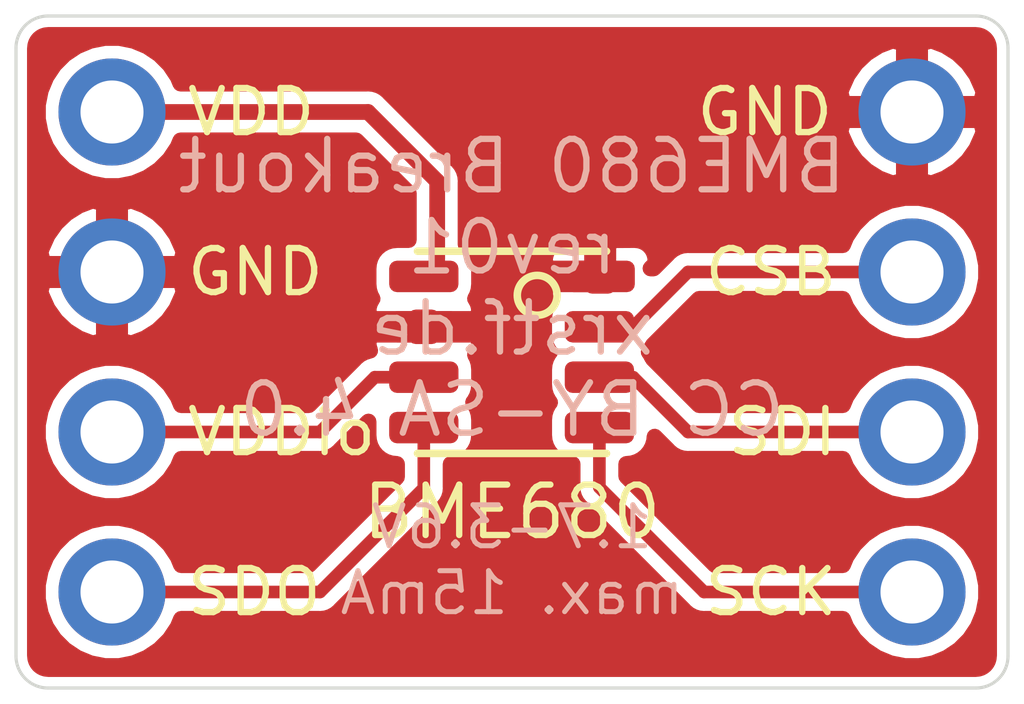
<source format=kicad_pcb>
(kicad_pcb (version 20171130) (host pcbnew "(5.1.6)-1")

  (general
    (thickness 1.6)
    (drawings 19)
    (tracks 18)
    (zones 0)
    (modules 3)
    (nets 8)
  )

  (page A4)
  (layers
    (0 F.Cu signal)
    (31 B.Cu signal)
    (32 B.Adhes user)
    (33 F.Adhes user)
    (34 B.Paste user)
    (35 F.Paste user)
    (36 B.SilkS user)
    (37 F.SilkS user)
    (38 B.Mask user)
    (39 F.Mask user)
    (40 Dwgs.User user)
    (41 Cmts.User user)
    (42 Eco1.User user)
    (43 Eco2.User user)
    (44 Edge.Cuts user)
    (45 Margin user)
    (46 B.CrtYd user)
    (47 F.CrtYd user)
    (48 B.Fab user)
    (49 F.Fab user)
  )

  (setup
    (last_trace_width 0.2)
    (trace_clearance 0.2)
    (zone_clearance 0.15)
    (zone_45_only no)
    (trace_min 0.2)
    (via_size 0.8)
    (via_drill 0.4)
    (via_min_size 0.4)
    (via_min_drill 0.3)
    (uvia_size 0.3)
    (uvia_drill 0.1)
    (uvias_allowed no)
    (uvia_min_size 0.2)
    (uvia_min_drill 0.1)
    (edge_width 0.05)
    (segment_width 0.2)
    (pcb_text_width 0.3)
    (pcb_text_size 1.5 1.5)
    (mod_edge_width 0.12)
    (mod_text_size 1 1)
    (mod_text_width 0.15)
    (pad_size 1.524 1.524)
    (pad_drill 0.762)
    (pad_to_mask_clearance 0.05)
    (aux_axis_origin 0 0)
    (visible_elements 7FFFFFFF)
    (pcbplotparams
      (layerselection 0x010fc_ffffffff)
      (usegerberextensions false)
      (usegerberattributes true)
      (usegerberadvancedattributes true)
      (creategerberjobfile true)
      (excludeedgelayer true)
      (linewidth 0.100000)
      (plotframeref false)
      (viasonmask false)
      (mode 1)
      (useauxorigin false)
      (hpglpennumber 1)
      (hpglpenspeed 20)
      (hpglpendiameter 15.000000)
      (psnegative false)
      (psa4output false)
      (plotreference true)
      (plotvalue true)
      (plotinvisibletext false)
      (padsonsilk false)
      (subtractmaskfromsilk false)
      (outputformat 1)
      (mirror false)
      (drillshape 1)
      (scaleselection 1)
      (outputdirectory ""))
  )

  (net 0 "")
  (net 1 "Net-(J1-Pad4)")
  (net 2 VCC)
  (net 3 GNDREF)
  (net 4 VDD)
  (net 5 "Net-(J2-Pad2)")
  (net 6 "Net-(J2-Pad3)")
  (net 7 "Net-(J2-Pad4)")

  (net_class Default "This is the default net class."
    (clearance 0.2)
    (trace_width 0.2)
    (via_dia 0.8)
    (via_drill 0.4)
    (uvia_dia 0.3)
    (uvia_drill 0.1)
    (add_net GNDREF)
    (add_net "Net-(J1-Pad4)")
    (add_net "Net-(J2-Pad2)")
    (add_net "Net-(J2-Pad3)")
    (add_net "Net-(J2-Pad4)")
    (add_net VCC)
    (add_net VDD)
  )

  (module BME680-Breakout:PinHeader_1x04_P2.54mm_Vertical (layer F.Cu) (tedit 5F1461AF) (tstamp 5F14CB3E)
    (at 40.64 31.75)
    (descr "Through hole straight pin header, 1x09, 2.54mm pitch, single row")
    (tags "Through hole pin header THT 1x09 2.54mm single row")
    (path /5F159B6A)
    (fp_text reference J1 (at 0 -2.33) (layer F.SilkS) hide
      (effects (font (size 1 1) (thickness 0.15)))
    )
    (fp_text value LeftPins (at -0.127 1.397 90) (layer F.Fab)
      (effects (font (size 1 1) (thickness 0.15)))
    )
    (fp_text user %R (at 0 0 90) (layer F.Fab)
      (effects (font (size 1 1) (thickness 0.15)))
    )
    (fp_line (start 1.3 -5.11) (end -1.3 -5.11) (layer F.CrtYd) (width 0.05))
    (fp_line (start 1.2954 5.1054) (end 1.3 -5.11) (layer F.CrtYd) (width 0.05))
    (fp_line (start -1.3046 5.1054) (end 1.2954 5.1054) (layer F.CrtYd) (width 0.05))
    (fp_line (start -1.3 -5.11) (end -1.3046 5.1054) (layer F.CrtYd) (width 0.05))
    (fp_line (start -1.27 5.08) (end -1.275 -5.08) (layer F.Fab) (width 0.1))
    (fp_line (start 1.27 5.08) (end -1.27 5.08) (layer F.Fab) (width 0.1))
    (fp_line (start 1.27 -5.08) (end 1.27 5.08) (layer F.Fab) (width 0.1))
    (fp_line (start -1.275 -5.08) (end 1.27 -5.08) (layer F.Fab) (width 0.1))
    (pad 2 thru_hole oval (at 0 -1.27) (size 1.7 1.7) (drill 1) (layers *.Cu *.Mask)
      (net 3 GNDREF))
    (pad 3 thru_hole oval (at 0 1.27) (size 1.7 1.7) (drill 1) (layers *.Cu *.Mask)
      (net 2 VCC))
    (pad 4 thru_hole oval (at 0 3.81) (size 1.7 1.7) (drill 1) (layers *.Cu *.Mask)
      (net 1 "Net-(J1-Pad4)"))
    (pad 1 thru_hole oval (at 0 -3.81) (size 1.7 1.7) (drill 1) (layers *.Cu *.Mask)
      (net 4 VDD))
    (model ${KISYS3DMOD}/Connector_PinHeader_2.54mm.3dshapes/PinHeader_1x09_P2.54mm_Vertical.wrl
      (at (xyz 0 0 0))
      (scale (xyz 1 1 1))
      (rotate (xyz 0 0 0))
    )
  )

  (module BME680-Breakout:PinHeader_1x04_P2.54mm_Vertical (layer F.Cu) (tedit 5F1461AF) (tstamp 5F14CAE5)
    (at 53.34 31.75)
    (descr "Through hole straight pin header, 1x09, 2.54mm pitch, single row")
    (tags "Through hole pin header THT 1x09 2.54mm single row")
    (path /5F158BE3)
    (fp_text reference J2 (at 0 -2.33) (layer F.SilkS) hide
      (effects (font (size 1 1) (thickness 0.15)))
    )
    (fp_text value RightPins (at 0 1.143 90) (layer F.Fab)
      (effects (font (size 1 1) (thickness 0.15)))
    )
    (fp_line (start -1.275 -5.08) (end 1.27 -5.08) (layer F.Fab) (width 0.1))
    (fp_line (start 1.27 -5.08) (end 1.27 5.08) (layer F.Fab) (width 0.1))
    (fp_line (start 1.27 5.08) (end -1.27 5.08) (layer F.Fab) (width 0.1))
    (fp_line (start -1.27 5.08) (end -1.275 -5.08) (layer F.Fab) (width 0.1))
    (fp_line (start -1.3 -5.11) (end -1.3046 5.1054) (layer F.CrtYd) (width 0.05))
    (fp_line (start -1.3046 5.1054) (end 1.2954 5.1054) (layer F.CrtYd) (width 0.05))
    (fp_line (start 1.2954 5.1054) (end 1.3 -5.11) (layer F.CrtYd) (width 0.05))
    (fp_line (start 1.3 -5.11) (end -1.3 -5.11) (layer F.CrtYd) (width 0.05))
    (fp_text user %R (at 0 0 90) (layer F.Fab)
      (effects (font (size 1 1) (thickness 0.15)))
    )
    (pad 1 thru_hole oval (at 0 -3.81) (size 1.7 1.7) (drill 1) (layers *.Cu *.Mask)
      (net 3 GNDREF))
    (pad 4 thru_hole oval (at 0 3.81) (size 1.7 1.7) (drill 1) (layers *.Cu *.Mask)
      (net 7 "Net-(J2-Pad4)"))
    (pad 3 thru_hole oval (at 0 1.27) (size 1.7 1.7) (drill 1) (layers *.Cu *.Mask)
      (net 6 "Net-(J2-Pad3)"))
    (pad 2 thru_hole oval (at 0 -1.27) (size 1.7 1.7) (drill 1) (layers *.Cu *.Mask)
      (net 5 "Net-(J2-Pad2)"))
    (model ${KISYS3DMOD}/Connector_PinHeader_2.54mm.3dshapes/PinHeader_1x09_P2.54mm_Vertical.wrl
      (at (xyz 0 0 0))
      (scale (xyz 1 1 1))
      (rotate (xyz 0 0 0))
    )
  )

  (module BME680-Breakout:Bosch_LGA-8_3x3mm_P0.8mm_ClockwisePinNumbering (layer F.Cu) (tedit 5F1463CE) (tstamp 5F14CAF5)
    (at 46.99 31.75)
    (descr "Bosch  LGA, 8 Pin (https://ae-bst.resource.bosch.com/media/_tech/media/datasheets/BST-BME680-DS001-00.pdf#page=44), generated with kicad-footprint-generator ipc_noLead_generator.py")
    (tags "Bosch LGA NoLead")
    (path /5F1453B6)
    (attr smd)
    (fp_text reference U1 (at 0 0 270) (layer F.SilkS) hide
      (effects (font (size 1 1) (thickness 0.15)))
    )
    (fp_text value BME680 (at 0 0 270) (layer F.Fab)
      (effects (font (size 1 1) (thickness 0.15)))
    )
    (fp_circle (center 0.4 -0.9) (end 0.1 -0.8) (layer F.SilkS) (width 0.12))
    (fp_line (start 1.5 -1.6) (end -1.5 -1.6) (layer F.SilkS) (width 0.12))
    (fp_line (start 1.5 1.61) (end -1.5 1.61) (layer F.SilkS) (width 0.12))
    (fp_line (start 1.5 -0.75) (end 1.5 1.5) (layer F.Fab) (width 0.1))
    (fp_line (start 1.5 1.5) (end -1.5 1.5) (layer F.Fab) (width 0.1))
    (fp_line (start -1.5 1.5) (end -1.5 -1.5) (layer F.Fab) (width 0.1))
    (fp_line (start -1.5 -1.5) (end 0.75 -1.5) (layer F.Fab) (width 0.1))
    (fp_line (start 0.75 -1.5) (end 1.5 -0.75) (layer F.Fab) (width 0.1))
    (fp_line (start 1.75 -1.75) (end -1.75 -1.75) (layer F.CrtYd) (width 0.05))
    (fp_line (start -1.75 -1.75) (end -1.75 1.75) (layer F.CrtYd) (width 0.05))
    (fp_line (start -1.75 1.75) (end 1.75 1.75) (layer F.CrtYd) (width 0.05))
    (fp_line (start 1.75 1.75) (end 1.75 -1.75) (layer F.CrtYd) (width 0.05))
    (fp_text user %R (at 0 0 270) (layer F.Fab)
      (effects (font (size 0.75 0.75) (thickness 0.11)))
    )
    (pad 1 smd roundrect (at 1.4 -1.2 270) (size 0.5 1.1) (layers F.Cu F.Paste F.Mask) (roundrect_rratio 0.25)
      (net 3 GNDREF))
    (pad 2 smd roundrect (at 1.3875 -0.4 270) (size 0.5 1.1) (layers F.Cu F.Paste F.Mask) (roundrect_rratio 0.25)
      (net 5 "Net-(J2-Pad2)"))
    (pad 3 smd roundrect (at 1.3875 0.4 270) (size 0.5 1.1) (layers F.Cu F.Paste F.Mask) (roundrect_rratio 0.25)
      (net 6 "Net-(J2-Pad3)"))
    (pad 4 smd roundrect (at 1.3875 1.2 270) (size 0.5 1.1) (layers F.Cu F.Paste F.Mask) (roundrect_rratio 0.25)
      (net 7 "Net-(J2-Pad4)"))
    (pad 5 smd roundrect (at -1.4 1.2 270) (size 0.5 1.1) (layers F.Cu F.Paste F.Mask) (roundrect_rratio 0.25)
      (net 1 "Net-(J1-Pad4)"))
    (pad 6 smd roundrect (at -1.4 0.4 270) (size 0.5 1.1) (layers F.Cu F.Paste F.Mask) (roundrect_rratio 0.25)
      (net 2 VCC))
    (pad 7 smd roundrect (at -1.4 -0.4 270) (size 0.5 1.1) (layers F.Cu F.Paste F.Mask) (roundrect_rratio 0.25)
      (net 3 GNDREF))
    (pad 8 smd roundrect (at -1.4 -1.2 270) (size 0.5 1.1) (layers F.Cu F.Paste F.Mask) (roundrect_rratio 0.25)
      (net 4 VDD))
    (model ${KISYS3DMOD}/Package_LGA.3dshapes/Bosch_LGA-8_3x3mm_P0.8mm_ClockwisePinNumbering.wrl
      (at (xyz 0 0 0))
      (scale (xyz 1 1 1))
      (rotate (xyz 0 0 0))
    )
  )

  (gr_text "1.7-3.6V\nmax. 15mA" (at 46.99 35.052) (layer B.SilkS) (tstamp 5F14D222)
    (effects (font (size 0.65 0.65) (thickness 0.08)) (justify mirror))
  )
  (gr_text "BME680 Breakout\nrev01\nxrstf.de\nCC BY-SA 4.0" (at 46.99 30.734) (layer B.SilkS)
    (effects (font (size 0.8 0.8) (thickness 0.1)) (justify mirror))
  )
  (gr_arc (start 54.356 36.576) (end 54.356 37.084) (angle -90) (layer Edge.Cuts) (width 0.05))
  (gr_arc (start 39.624 36.576) (end 39.116 36.576) (angle -90) (layer Edge.Cuts) (width 0.05))
  (gr_arc (start 39.624 26.924) (end 39.624 26.416) (angle -90) (layer Edge.Cuts) (width 0.05))
  (gr_arc (start 54.356 26.924) (end 54.864 26.924) (angle -90) (layer Edge.Cuts) (width 0.05))
  (gr_text SCK (at 52.197 35.56) (layer F.SilkS) (tstamp 5F14CEDD)
    (effects (font (size 0.7 0.7) (thickness 0.1)) (justify right))
  )
  (gr_text SDI (at 52.197 33.02) (layer F.SilkS) (tstamp 5F14CED9)
    (effects (font (size 0.7 0.7) (thickness 0.1)) (justify right))
  )
  (gr_text CSB (at 52.197 30.48) (layer F.SilkS) (tstamp 5F14CED4)
    (effects (font (size 0.7 0.7) (thickness 0.1)) (justify right))
  )
  (gr_text GND (at 52.137 27.94) (layer F.SilkS) (tstamp 5F14CECD)
    (effects (font (size 0.7 0.7) (thickness 0.1)) (justify right))
  )
  (gr_text SDO (at 41.783 35.56) (layer F.SilkS) (tstamp 5F14CCE8)
    (effects (font (size 0.7 0.7) (thickness 0.1)) (justify left))
  )
  (gr_text VDDio (at 41.783 33.02) (layer F.SilkS) (tstamp 5F14CCE4)
    (effects (font (size 0.7 0.7) (thickness 0.1)) (justify left))
  )
  (gr_text GND (at 41.783 30.48) (layer F.SilkS) (tstamp 5F14CCE0)
    (effects (font (size 0.7 0.7) (thickness 0.1)) (justify left))
  )
  (gr_text VDD (at 41.783 27.94) (layer F.SilkS)
    (effects (font (size 0.7 0.7) (thickness 0.1)) (justify left))
  )
  (gr_line (start 54.356 37.084) (end 39.624 37.084) (layer Edge.Cuts) (width 0.05))
  (gr_line (start 54.864 26.924) (end 54.864 36.576) (layer Edge.Cuts) (width 0.05))
  (gr_line (start 39.624 26.416) (end 54.356 26.416) (layer Edge.Cuts) (width 0.05))
  (gr_line (start 39.116 36.576) (end 39.116 26.924) (layer Edge.Cuts) (width 0.05))
  (gr_text BME680 (at 46.99 34.29) (layer F.SilkS)
    (effects (font (size 0.8 0.8) (thickness 0.1)))
  )

  (segment (start 45.59 32.95) (end 45.59 33.912) (width 0.2) (layer F.Cu) (net 1))
  (segment (start 43.942 35.56) (end 40.64 35.56) (width 0.2) (layer F.Cu) (net 1))
  (segment (start 45.59 33.912) (end 43.942 35.56) (width 0.2) (layer F.Cu) (net 1))
  (segment (start 40.64 33.02) (end 43.942 33.02) (width 0.2) (layer F.Cu) (net 2))
  (segment (start 44.812 32.15) (end 45.59 32.15) (width 0.2) (layer F.Cu) (net 2))
  (segment (start 43.942 33.02) (end 44.812 32.15) (width 0.2) (layer F.Cu) (net 2))
  (segment (start 45.8025 30.55) (end 45.8025 29.0385) (width 0.25) (layer F.Cu) (net 4) (status 10))
  (segment (start 44.704 27.94) (end 40.64 27.94) (width 0.25) (layer F.Cu) (net 4))
  (segment (start 45.8025 29.0385) (end 44.704 27.94) (width 0.25) (layer F.Cu) (net 4))
  (segment (start 53.34 30.48) (end 49.784 30.48) (width 0.2) (layer F.Cu) (net 5))
  (segment (start 48.914 31.35) (end 48.1775 31.35) (width 0.2) (layer F.Cu) (net 5))
  (segment (start 49.784 30.48) (end 48.914 31.35) (width 0.2) (layer F.Cu) (net 5))
  (segment (start 53.34 33.02) (end 49.784 33.02) (width 0.2) (layer F.Cu) (net 6))
  (segment (start 48.914 32.15) (end 48.1775 32.15) (width 0.2) (layer F.Cu) (net 6))
  (segment (start 49.784 33.02) (end 48.914 32.15) (width 0.2) (layer F.Cu) (net 6))
  (segment (start 48.3775 32.95) (end 48.3775 33.8995) (width 0.2) (layer F.Cu) (net 7))
  (segment (start 50.038 35.56) (end 53.34 35.56) (width 0.2) (layer F.Cu) (net 7))
  (segment (start 48.3775 33.8995) (end 50.038 35.56) (width 0.2) (layer F.Cu) (net 7))

  (zone (net 3) (net_name GNDREF) (layer F.Cu) (tstamp 0) (hatch edge 0.508)
    (connect_pads (clearance 0.15))
    (min_thickness 0.254)
    (fill yes (arc_segments 32) (thermal_gap 0.2) (thermal_bridge_width 0.508))
    (polygon
      (pts
        (xy 55.118 37.338) (xy 38.862 37.338) (xy 38.862 26.162) (xy 55.118 26.162)
      )
    )
    (filled_polygon
      (pts
        (xy 54.395733 26.723345) (xy 54.433947 26.734882) (xy 54.4692 26.753627) (xy 54.500134 26.778856) (xy 54.525581 26.809616)
        (xy 54.544567 26.844731) (xy 54.556375 26.882874) (xy 54.562 26.936392) (xy 54.562001 36.561215) (xy 54.556655 36.615734)
        (xy 54.545119 36.653945) (xy 54.526373 36.6892) (xy 54.501144 36.720134) (xy 54.470384 36.745581) (xy 54.435269 36.764567)
        (xy 54.397126 36.776375) (xy 54.343608 36.782) (xy 39.638775 36.782) (xy 39.584266 36.776655) (xy 39.546055 36.765119)
        (xy 39.5108 36.746373) (xy 39.479866 36.721144) (xy 39.454419 36.690384) (xy 39.435433 36.655269) (xy 39.423625 36.617126)
        (xy 39.418 36.563608) (xy 39.418 32.904076) (xy 39.463 32.904076) (xy 39.463 33.135924) (xy 39.508231 33.363318)
        (xy 39.596956 33.577519) (xy 39.725764 33.770294) (xy 39.889706 33.934236) (xy 40.082481 34.063044) (xy 40.296682 34.151769)
        (xy 40.524076 34.197) (xy 40.755924 34.197) (xy 40.983318 34.151769) (xy 41.197519 34.063044) (xy 41.390294 33.934236)
        (xy 41.554236 33.770294) (xy 41.683044 33.577519) (xy 41.737107 33.447) (xy 43.921033 33.447) (xy 43.942 33.449065)
        (xy 43.962967 33.447) (xy 43.962978 33.447) (xy 44.025707 33.440822) (xy 44.106196 33.416405) (xy 44.180376 33.376755)
        (xy 44.245395 33.323395) (xy 44.258768 33.3071) (xy 44.711418 32.854451) (xy 44.711418 33.075) (xy 44.720133 33.163489)
        (xy 44.745945 33.248578) (xy 44.78786 33.326997) (xy 44.844269 33.395731) (xy 44.913003 33.45214) (xy 44.991422 33.494055)
        (xy 45.076511 33.519867) (xy 45.163001 33.528385) (xy 45.163001 33.73513) (xy 43.765132 35.133) (xy 41.737107 35.133)
        (xy 41.683044 35.002481) (xy 41.554236 34.809706) (xy 41.390294 34.645764) (xy 41.197519 34.516956) (xy 40.983318 34.428231)
        (xy 40.755924 34.383) (xy 40.524076 34.383) (xy 40.296682 34.428231) (xy 40.082481 34.516956) (xy 39.889706 34.645764)
        (xy 39.725764 34.809706) (xy 39.596956 35.002481) (xy 39.508231 35.216682) (xy 39.463 35.444076) (xy 39.463 35.675924)
        (xy 39.508231 35.903318) (xy 39.596956 36.117519) (xy 39.725764 36.310294) (xy 39.889706 36.474236) (xy 40.082481 36.603044)
        (xy 40.296682 36.691769) (xy 40.524076 36.737) (xy 40.755924 36.737) (xy 40.983318 36.691769) (xy 41.197519 36.603044)
        (xy 41.390294 36.474236) (xy 41.554236 36.310294) (xy 41.683044 36.117519) (xy 41.737107 35.987) (xy 43.921033 35.987)
        (xy 43.942 35.989065) (xy 43.962967 35.987) (xy 43.962978 35.987) (xy 44.025707 35.980822) (xy 44.106196 35.956405)
        (xy 44.180376 35.916755) (xy 44.245395 35.863395) (xy 44.258768 35.8471) (xy 45.877105 34.228764) (xy 45.893395 34.215395)
        (xy 45.906764 34.199105) (xy 45.906768 34.199101) (xy 45.946755 34.150377) (xy 45.986404 34.076197) (xy 45.986405 34.076196)
        (xy 46.010822 33.995707) (xy 46.017 33.932978) (xy 46.017 33.932967) (xy 46.019065 33.912) (xy 46.017 33.891033)
        (xy 46.017 33.528385) (xy 46.103489 33.519867) (xy 46.188578 33.494055) (xy 46.266997 33.45214) (xy 46.335731 33.395731)
        (xy 46.39214 33.326997) (xy 46.434055 33.248578) (xy 46.459867 33.163489) (xy 46.468582 33.075) (xy 46.468582 32.825)
        (xy 46.459867 32.736511) (xy 46.434055 32.651422) (xy 46.39214 32.573003) (xy 46.373262 32.55) (xy 46.39214 32.526997)
        (xy 46.434055 32.448578) (xy 46.459867 32.363489) (xy 46.468582 32.275) (xy 46.468582 32.025) (xy 46.459867 31.936511)
        (xy 46.434055 31.851422) (xy 46.403539 31.79433) (xy 46.413206 31.78255) (xy 46.44357 31.725743) (xy 46.462268 31.664103)
        (xy 46.468582 31.6) (xy 46.467 31.55475) (xy 46.38525 31.473) (xy 45.717 31.473) (xy 45.717 31.497)
        (xy 45.463 31.497) (xy 45.463 31.473) (xy 44.79475 31.473) (xy 44.713 31.55475) (xy 44.711418 31.6)
        (xy 44.717732 31.664103) (xy 44.73643 31.725743) (xy 44.737767 31.728245) (xy 44.728293 31.729178) (xy 44.647804 31.753595)
        (xy 44.630538 31.762824) (xy 44.573623 31.793244) (xy 44.524899 31.833232) (xy 44.524895 31.833236) (xy 44.508605 31.846605)
        (xy 44.495236 31.862895) (xy 43.765132 32.593) (xy 41.737107 32.593) (xy 41.683044 32.462481) (xy 41.554236 32.269706)
        (xy 41.390294 32.105764) (xy 41.197519 31.976956) (xy 40.983318 31.888231) (xy 40.755924 31.843) (xy 40.524076 31.843)
        (xy 40.296682 31.888231) (xy 40.082481 31.976956) (xy 39.889706 32.105764) (xy 39.725764 32.269706) (xy 39.596956 32.462481)
        (xy 39.508231 32.676682) (xy 39.463 32.904076) (xy 39.418 32.904076) (xy 39.418 30.788485) (xy 39.504145 30.788485)
        (xy 39.524181 30.854553) (xy 39.618693 31.065042) (xy 39.752453 31.253048) (xy 39.920321 31.411346) (xy 40.115846 31.533853)
        (xy 40.331514 31.615861) (xy 40.513 31.568384) (xy 40.513 30.607) (xy 40.767 30.607) (xy 40.767 31.568384)
        (xy 40.948486 31.615861) (xy 41.164154 31.533853) (xy 41.359679 31.411346) (xy 41.527547 31.253048) (xy 41.661307 31.065042)
        (xy 41.755819 30.854553) (xy 41.775855 30.788485) (xy 41.727862 30.607) (xy 40.767 30.607) (xy 40.513 30.607)
        (xy 39.552138 30.607) (xy 39.504145 30.788485) (xy 39.418 30.788485) (xy 39.418 30.171515) (xy 39.504145 30.171515)
        (xy 39.552138 30.353) (xy 40.513 30.353) (xy 40.513 29.391616) (xy 40.767 29.391616) (xy 40.767 30.353)
        (xy 41.727862 30.353) (xy 41.775855 30.171515) (xy 41.755819 30.105447) (xy 41.661307 29.894958) (xy 41.527547 29.706952)
        (xy 41.359679 29.548654) (xy 41.164154 29.426147) (xy 40.948486 29.344139) (xy 40.767 29.391616) (xy 40.513 29.391616)
        (xy 40.331514 29.344139) (xy 40.115846 29.426147) (xy 39.920321 29.548654) (xy 39.752453 29.706952) (xy 39.618693 29.894958)
        (xy 39.524181 30.105447) (xy 39.504145 30.171515) (xy 39.418 30.171515) (xy 39.418 27.824076) (xy 39.463 27.824076)
        (xy 39.463 28.055924) (xy 39.508231 28.283318) (xy 39.596956 28.497519) (xy 39.725764 28.690294) (xy 39.889706 28.854236)
        (xy 40.082481 28.983044) (xy 40.296682 29.071769) (xy 40.524076 29.117) (xy 40.755924 29.117) (xy 40.983318 29.071769)
        (xy 41.197519 28.983044) (xy 41.390294 28.854236) (xy 41.554236 28.690294) (xy 41.683044 28.497519) (xy 41.726751 28.392)
        (xy 44.516777 28.392) (xy 45.350501 29.225725) (xy 45.3505 29.971418) (xy 45.165 29.971418) (xy 45.076511 29.980133)
        (xy 44.991422 30.005945) (xy 44.913003 30.04786) (xy 44.844269 30.104269) (xy 44.78786 30.173003) (xy 44.745945 30.251422)
        (xy 44.720133 30.336511) (xy 44.711418 30.425) (xy 44.711418 30.675) (xy 44.720133 30.763489) (xy 44.745945 30.848578)
        (xy 44.776461 30.90567) (xy 44.766794 30.91745) (xy 44.73643 30.974257) (xy 44.717732 31.035897) (xy 44.711418 31.1)
        (xy 44.713 31.14525) (xy 44.79475 31.227) (xy 45.463 31.227) (xy 45.463 31.203) (xy 45.717 31.203)
        (xy 45.717 31.227) (xy 46.38525 31.227) (xy 46.38725 31.225) (xy 47.498918 31.225) (xy 47.498918 31.475)
        (xy 47.507633 31.563489) (xy 47.533445 31.648578) (xy 47.57536 31.726997) (xy 47.594238 31.75) (xy 47.57536 31.773003)
        (xy 47.533445 31.851422) (xy 47.507633 31.936511) (xy 47.498918 32.025) (xy 47.498918 32.275) (xy 47.507633 32.363489)
        (xy 47.533445 32.448578) (xy 47.57536 32.526997) (xy 47.594238 32.55) (xy 47.57536 32.573003) (xy 47.533445 32.651422)
        (xy 47.507633 32.736511) (xy 47.498918 32.825) (xy 47.498918 33.075) (xy 47.507633 33.163489) (xy 47.533445 33.248578)
        (xy 47.57536 33.326997) (xy 47.631769 33.395731) (xy 47.700503 33.45214) (xy 47.778922 33.494055) (xy 47.864011 33.519867)
        (xy 47.950501 33.528385) (xy 47.950501 33.878523) (xy 47.948435 33.8995) (xy 47.956679 33.983206) (xy 47.981096 34.063696)
        (xy 48.020745 34.137876) (xy 48.060732 34.1866) (xy 48.060737 34.186605) (xy 48.074106 34.202895) (xy 48.090396 34.216264)
        (xy 49.721236 35.847105) (xy 49.734605 35.863395) (xy 49.750895 35.876764) (xy 49.750899 35.876768) (xy 49.799623 35.916756)
        (xy 49.873803 35.956405) (xy 49.892537 35.962088) (xy 49.954293 35.980822) (xy 50.017022 35.987) (xy 50.017033 35.987)
        (xy 50.038 35.989065) (xy 50.058967 35.987) (xy 52.242893 35.987) (xy 52.296956 36.117519) (xy 52.425764 36.310294)
        (xy 52.589706 36.474236) (xy 52.782481 36.603044) (xy 52.996682 36.691769) (xy 53.224076 36.737) (xy 53.455924 36.737)
        (xy 53.683318 36.691769) (xy 53.897519 36.603044) (xy 54.090294 36.474236) (xy 54.254236 36.310294) (xy 54.383044 36.117519)
        (xy 54.471769 35.903318) (xy 54.517 35.675924) (xy 54.517 35.444076) (xy 54.471769 35.216682) (xy 54.383044 35.002481)
        (xy 54.254236 34.809706) (xy 54.090294 34.645764) (xy 53.897519 34.516956) (xy 53.683318 34.428231) (xy 53.455924 34.383)
        (xy 53.224076 34.383) (xy 52.996682 34.428231) (xy 52.782481 34.516956) (xy 52.589706 34.645764) (xy 52.425764 34.809706)
        (xy 52.296956 35.002481) (xy 52.242893 35.133) (xy 50.214869 35.133) (xy 48.8045 33.722632) (xy 48.8045 33.528385)
        (xy 48.890989 33.519867) (xy 48.976078 33.494055) (xy 49.054497 33.45214) (xy 49.123231 33.395731) (xy 49.17964 33.326997)
        (xy 49.221555 33.248578) (xy 49.247367 33.163489) (xy 49.254204 33.094072) (xy 49.467236 33.307105) (xy 49.480605 33.323395)
        (xy 49.496895 33.336764) (xy 49.496899 33.336768) (xy 49.545623 33.376756) (xy 49.602538 33.407176) (xy 49.619804 33.416405)
        (xy 49.700293 33.440822) (xy 49.763022 33.447) (xy 49.763033 33.447) (xy 49.784 33.449065) (xy 49.804967 33.447)
        (xy 52.242893 33.447) (xy 52.296956 33.577519) (xy 52.425764 33.770294) (xy 52.589706 33.934236) (xy 52.782481 34.063044)
        (xy 52.996682 34.151769) (xy 53.224076 34.197) (xy 53.455924 34.197) (xy 53.683318 34.151769) (xy 53.897519 34.063044)
        (xy 54.090294 33.934236) (xy 54.254236 33.770294) (xy 54.383044 33.577519) (xy 54.471769 33.363318) (xy 54.517 33.135924)
        (xy 54.517 32.904076) (xy 54.471769 32.676682) (xy 54.383044 32.462481) (xy 54.254236 32.269706) (xy 54.090294 32.105764)
        (xy 53.897519 31.976956) (xy 53.683318 31.888231) (xy 53.455924 31.843) (xy 53.224076 31.843) (xy 52.996682 31.888231)
        (xy 52.782481 31.976956) (xy 52.589706 32.105764) (xy 52.425764 32.269706) (xy 52.296956 32.462481) (xy 52.242893 32.593)
        (xy 49.960869 32.593) (xy 49.230768 31.8629) (xy 49.221676 31.851822) (xy 49.221555 31.851422) (xy 49.17964 31.773003)
        (xy 49.160762 31.75) (xy 49.17964 31.726997) (xy 49.221555 31.648578) (xy 49.221676 31.648178) (xy 49.230768 31.6371)
        (xy 49.960869 30.907) (xy 52.242893 30.907) (xy 52.296956 31.037519) (xy 52.425764 31.230294) (xy 52.589706 31.394236)
        (xy 52.782481 31.523044) (xy 52.996682 31.611769) (xy 53.224076 31.657) (xy 53.455924 31.657) (xy 53.683318 31.611769)
        (xy 53.897519 31.523044) (xy 54.090294 31.394236) (xy 54.254236 31.230294) (xy 54.383044 31.037519) (xy 54.471769 30.823318)
        (xy 54.517 30.595924) (xy 54.517 30.364076) (xy 54.471769 30.136682) (xy 54.383044 29.922481) (xy 54.254236 29.729706)
        (xy 54.090294 29.565764) (xy 53.897519 29.436956) (xy 53.683318 29.348231) (xy 53.455924 29.303) (xy 53.224076 29.303)
        (xy 52.996682 29.348231) (xy 52.782481 29.436956) (xy 52.589706 29.565764) (xy 52.425764 29.729706) (xy 52.296956 29.922481)
        (xy 52.242893 30.053) (xy 49.804967 30.053) (xy 49.784 30.050935) (xy 49.763033 30.053) (xy 49.763022 30.053)
        (xy 49.700293 30.059178) (xy 49.619804 30.083595) (xy 49.602538 30.092824) (xy 49.545623 30.123244) (xy 49.496899 30.163232)
        (xy 49.496895 30.163236) (xy 49.480605 30.176605) (xy 49.467236 30.192895) (xy 49.237133 30.422998) (xy 49.189252 30.422998)
        (xy 49.267 30.34525) (xy 49.268582 30.3) (xy 49.262268 30.235897) (xy 49.24357 30.174257) (xy 49.213206 30.11745)
        (xy 49.172343 30.067657) (xy 49.12255 30.026794) (xy 49.065743 29.99643) (xy 49.004103 29.977732) (xy 48.94 29.971418)
        (xy 48.59875 29.973) (xy 48.517 30.05475) (xy 48.517 30.427) (xy 48.537 30.427) (xy 48.537 30.673)
        (xy 48.517 30.673) (xy 48.517 30.697) (xy 48.263 30.697) (xy 48.263 30.673) (xy 47.59475 30.673)
        (xy 47.513 30.75475) (xy 47.511418 30.8) (xy 47.517732 30.864103) (xy 47.53643 30.925743) (xy 47.566794 30.98255)
        (xy 47.568891 30.985106) (xy 47.533445 31.051422) (xy 47.507633 31.136511) (xy 47.498918 31.225) (xy 46.38725 31.225)
        (xy 46.467 31.14525) (xy 46.468582 31.1) (xy 46.462268 31.035897) (xy 46.44357 30.974257) (xy 46.413206 30.91745)
        (xy 46.403539 30.90567) (xy 46.434055 30.848578) (xy 46.459867 30.763489) (xy 46.468582 30.675) (xy 46.468582 30.425)
        (xy 46.459867 30.336511) (xy 46.448792 30.3) (xy 47.511418 30.3) (xy 47.513 30.34525) (xy 47.59475 30.427)
        (xy 48.263 30.427) (xy 48.263 30.05475) (xy 48.18125 29.973) (xy 47.84 29.971418) (xy 47.775897 29.977732)
        (xy 47.714257 29.99643) (xy 47.65745 30.026794) (xy 47.607657 30.067657) (xy 47.566794 30.11745) (xy 47.53643 30.174257)
        (xy 47.517732 30.235897) (xy 47.511418 30.3) (xy 46.448792 30.3) (xy 46.434055 30.251422) (xy 46.39214 30.173003)
        (xy 46.335731 30.104269) (xy 46.266997 30.04786) (xy 46.2545 30.04118) (xy 46.2545 29.060705) (xy 46.256687 29.0385)
        (xy 46.24796 28.949892) (xy 46.222114 28.86469) (xy 46.216526 28.854236) (xy 46.180143 28.786167) (xy 46.123659 28.717341)
        (xy 46.106405 28.703181) (xy 45.651709 28.248485) (xy 52.204145 28.248485) (xy 52.224181 28.314553) (xy 52.318693 28.525042)
        (xy 52.452453 28.713048) (xy 52.620321 28.871346) (xy 52.815846 28.993853) (xy 53.031514 29.075861) (xy 53.213 29.028384)
        (xy 53.213 28.067) (xy 53.467 28.067) (xy 53.467 29.028384) (xy 53.648486 29.075861) (xy 53.864154 28.993853)
        (xy 54.059679 28.871346) (xy 54.227547 28.713048) (xy 54.361307 28.525042) (xy 54.455819 28.314553) (xy 54.475855 28.248485)
        (xy 54.427862 28.067) (xy 53.467 28.067) (xy 53.213 28.067) (xy 52.252138 28.067) (xy 52.204145 28.248485)
        (xy 45.651709 28.248485) (xy 45.039323 27.6361) (xy 45.035561 27.631515) (xy 52.204145 27.631515) (xy 52.252138 27.813)
        (xy 53.213 27.813) (xy 53.213 26.851616) (xy 53.467 26.851616) (xy 53.467 27.813) (xy 54.427862 27.813)
        (xy 54.475855 27.631515) (xy 54.455819 27.565447) (xy 54.361307 27.354958) (xy 54.227547 27.166952) (xy 54.059679 27.008654)
        (xy 53.864154 26.886147) (xy 53.648486 26.804139) (xy 53.467 26.851616) (xy 53.213 26.851616) (xy 53.031514 26.804139)
        (xy 52.815846 26.886147) (xy 52.620321 27.008654) (xy 52.452453 27.166952) (xy 52.318693 27.354958) (xy 52.224181 27.565447)
        (xy 52.204145 27.631515) (xy 45.035561 27.631515) (xy 45.025159 27.618841) (xy 44.956333 27.562357) (xy 44.87781 27.520386)
        (xy 44.792607 27.49454) (xy 44.726205 27.488) (xy 44.704 27.485813) (xy 44.681795 27.488) (xy 41.726751 27.488)
        (xy 41.683044 27.382481) (xy 41.554236 27.189706) (xy 41.390294 27.025764) (xy 41.197519 26.896956) (xy 40.983318 26.808231)
        (xy 40.755924 26.763) (xy 40.524076 26.763) (xy 40.296682 26.808231) (xy 40.082481 26.896956) (xy 39.889706 27.025764)
        (xy 39.725764 27.189706) (xy 39.596956 27.382481) (xy 39.508231 27.596682) (xy 39.463 27.824076) (xy 39.418 27.824076)
        (xy 39.418 26.938775) (xy 39.423345 26.884267) (xy 39.434882 26.846053) (xy 39.453627 26.8108) (xy 39.478856 26.779866)
        (xy 39.509616 26.754419) (xy 39.544731 26.735433) (xy 39.582874 26.723625) (xy 39.636392 26.718) (xy 54.341225 26.718)
      )
    )
  )
)

</source>
